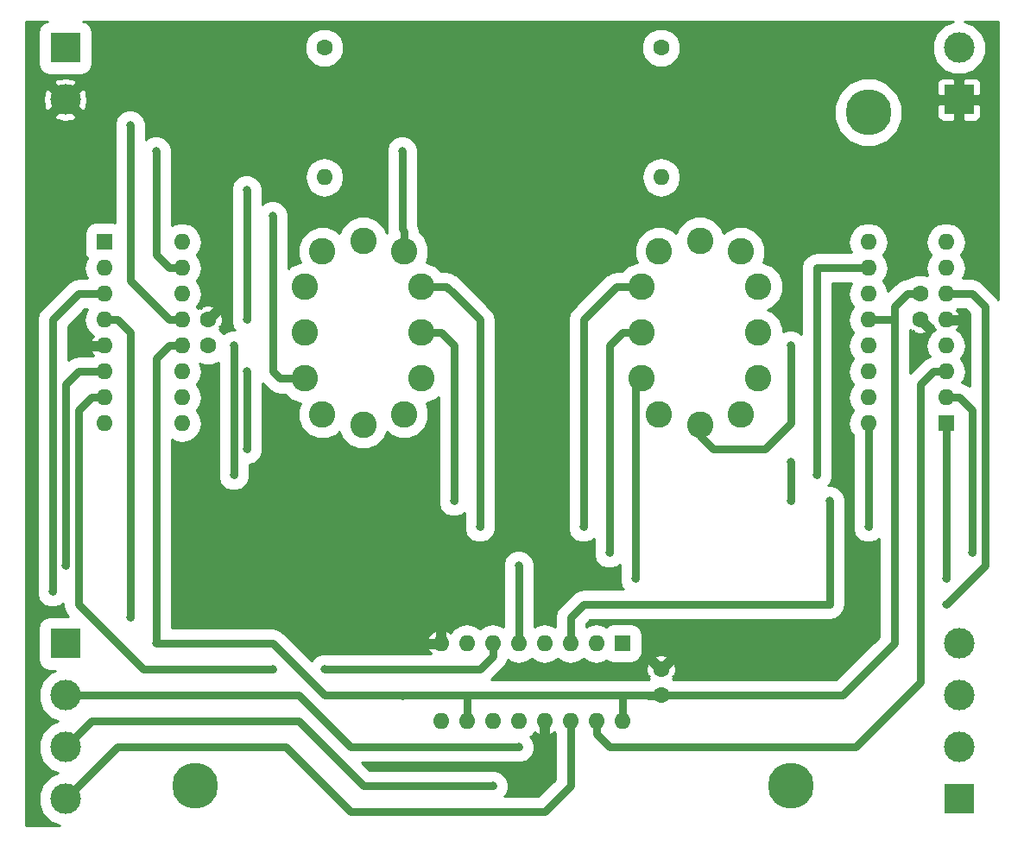
<source format=gtl>
G04 #@! TF.FileFunction,Copper,L1,Top,Signal*
%FSLAX46Y46*%
G04 Gerber Fmt 4.6, Leading zero omitted, Abs format (unit mm)*
G04 Created by KiCad (PCBNEW 4.0.6) date Sat Sep  9 17:26:42 2017*
%MOMM*%
%LPD*%
G01*
G04 APERTURE LIST*
%ADD10C,0.100000*%
%ADD11R,1.600000X1.600000*%
%ADD12O,1.600000X1.600000*%
%ADD13C,1.600000*%
%ADD14C,3.000000*%
%ADD15R,3.000000X3.000000*%
%ADD16C,2.600000*%
%ADD17C,4.500000*%
%ADD18C,0.800000*%
%ADD19C,0.800000*%
%ADD20C,0.254000*%
G04 APERTURE END LIST*
D10*
D11*
X91440000Y-40640000D03*
D12*
X83820000Y-22860000D03*
X91440000Y-38100000D03*
X83820000Y-25400000D03*
X91440000Y-35560000D03*
X83820000Y-27940000D03*
X91440000Y-33020000D03*
X83820000Y-30480000D03*
X91440000Y-30480000D03*
X83820000Y-33020000D03*
X91440000Y-27940000D03*
X83820000Y-35560000D03*
X91440000Y-25400000D03*
X83820000Y-38100000D03*
X91440000Y-22860000D03*
X83820000Y-40640000D03*
D13*
X30480000Y-3810000D03*
D12*
X30480000Y-16510000D03*
D13*
X63500000Y-64770000D03*
X63500000Y-67270000D03*
D14*
X5080000Y-67310000D03*
X5080000Y-72390000D03*
D15*
X5080000Y-62230000D03*
D14*
X5080000Y-77470000D03*
D15*
X92710000Y-8890000D03*
D14*
X92710000Y-3810000D03*
X92710000Y-72390000D03*
X92710000Y-67310000D03*
D15*
X92710000Y-77470000D03*
D14*
X92710000Y-62230000D03*
D15*
X5080000Y-3810000D03*
D14*
X5080000Y-8890000D03*
D13*
X63500000Y-3810000D03*
D12*
X63500000Y-16510000D03*
D11*
X59690000Y-62230000D03*
D12*
X41910000Y-69850000D03*
X57150000Y-62230000D03*
X44450000Y-69850000D03*
X54610000Y-62230000D03*
X46990000Y-69850000D03*
X52070000Y-62230000D03*
X49530000Y-69850000D03*
X49530000Y-62230000D03*
X52070000Y-69850000D03*
X46990000Y-62230000D03*
X54610000Y-69850000D03*
X44450000Y-62230000D03*
X57150000Y-69850000D03*
X41910000Y-62230000D03*
X59690000Y-69850000D03*
D11*
X8890000Y-22860000D03*
D12*
X16510000Y-40640000D03*
X8890000Y-25400000D03*
X16510000Y-38100000D03*
X8890000Y-27940000D03*
X16510000Y-35560000D03*
X8890000Y-30480000D03*
X16510000Y-33020000D03*
X8890000Y-33020000D03*
X16510000Y-30480000D03*
X8890000Y-35560000D03*
X16510000Y-27940000D03*
X8890000Y-38100000D03*
X16510000Y-25400000D03*
X8890000Y-40640000D03*
X16510000Y-22860000D03*
D13*
X19050000Y-30480000D03*
X19050000Y-32980000D03*
X88900000Y-27940000D03*
X88900000Y-30440000D03*
D16*
X67310000Y-22750000D03*
X67310000Y-40750000D03*
X73060000Y-31750000D03*
X61560000Y-31750000D03*
X61560000Y-36250000D03*
X61560000Y-27250000D03*
X73060000Y-27250000D03*
X73035000Y-36250000D03*
X63310000Y-39750000D03*
X71310000Y-39750000D03*
X71310000Y-23750000D03*
X63310000Y-23750000D03*
X34290000Y-22750000D03*
X34290000Y-40750000D03*
X40040000Y-31750000D03*
X28540000Y-31750000D03*
X28540000Y-36250000D03*
X28540000Y-27250000D03*
X40040000Y-27250000D03*
X40015000Y-36250000D03*
X30290000Y-39750000D03*
X38290000Y-39750000D03*
X38290000Y-23750000D03*
X30290000Y-23750000D03*
D17*
X17780000Y-76200000D03*
X83820000Y-10160000D03*
X76200000Y-76200000D03*
D18*
X86360000Y-62230000D03*
X13970000Y-62230000D03*
X49530000Y-72390000D03*
X46990000Y-76200000D03*
X76200000Y-33020000D03*
X93980000Y-53340000D03*
X58420000Y-53340000D03*
X91440000Y-55880000D03*
X60960000Y-55880000D03*
X83820000Y-50800000D03*
X55880000Y-50800000D03*
X78740000Y-45720000D03*
X76200000Y-44450000D03*
X76200000Y-48260000D03*
X22860000Y-43180000D03*
X22860000Y-35560000D03*
X43180000Y-48260000D03*
X22860000Y-30480000D03*
X22860000Y-17780000D03*
X25400000Y-20320000D03*
X45720000Y-50800000D03*
X11430000Y-11430000D03*
X21590000Y-45720000D03*
X21590000Y-33020000D03*
X13970000Y-13970000D03*
X38100000Y-13970000D03*
X91440000Y-58420000D03*
X80010000Y-48260000D03*
X3810000Y-57150000D03*
X5080000Y-54610000D03*
X49530000Y-54610000D03*
X25400000Y-64770000D03*
X30480000Y-64770000D03*
X11430000Y-59690000D03*
D19*
X91400000Y-30440000D02*
X91440000Y-30480000D01*
X13970000Y-34290000D02*
X15240000Y-33020000D01*
X15240000Y-33020000D02*
X16510000Y-33020000D01*
X86360000Y-30480000D02*
X86360000Y-29210000D01*
X86360000Y-29210000D02*
X87630000Y-27940000D01*
X87630000Y-27940000D02*
X88900000Y-27940000D01*
X63500000Y-67350000D02*
X62270000Y-67350000D01*
X62270000Y-67350000D02*
X62230000Y-67310000D01*
X35560000Y-67310000D02*
X38060000Y-67310000D01*
X38060000Y-67310000D02*
X38100000Y-67350000D01*
X59690000Y-69850000D02*
X59690000Y-67310000D01*
X44450000Y-69850000D02*
X44450000Y-67310000D01*
X13970000Y-62230000D02*
X25400000Y-62230000D01*
X81280000Y-67310000D02*
X86360000Y-62230000D01*
X30480000Y-67310000D02*
X35560000Y-67310000D01*
X35560000Y-67310000D02*
X44450000Y-67310000D01*
X44450000Y-67310000D02*
X59690000Y-67310000D01*
X59690000Y-67310000D02*
X62230000Y-67310000D01*
X62230000Y-67310000D02*
X81280000Y-67310000D01*
X25400000Y-62230000D02*
X30480000Y-67310000D01*
X83820000Y-30480000D02*
X86360000Y-30480000D01*
X86360000Y-30480000D02*
X86360000Y-62230000D01*
X13970000Y-34290000D02*
X13970000Y-62230000D01*
X5080000Y-67310000D02*
X27940000Y-67310000D01*
X33020000Y-72390000D02*
X27940000Y-67310000D01*
X33020000Y-72390000D02*
X49530000Y-72390000D01*
X34290000Y-76200000D02*
X27940000Y-69850000D01*
X46990000Y-76200000D02*
X34290000Y-76200000D01*
X27940000Y-69850000D02*
X25400000Y-69850000D01*
X26670000Y-69850000D02*
X25400000Y-69850000D01*
X25400000Y-69850000D02*
X7620000Y-69850000D01*
X7620000Y-69850000D02*
X5080000Y-72390000D01*
X5080000Y-77470000D02*
X10160000Y-72390000D01*
X33020000Y-78740000D02*
X36830000Y-78740000D01*
X26670000Y-72390000D02*
X33020000Y-78740000D01*
X10160000Y-72390000D02*
X26670000Y-72390000D01*
X52070000Y-78740000D02*
X54610000Y-76200000D01*
X54610000Y-76200000D02*
X54610000Y-69850000D01*
X36830000Y-78740000D02*
X52070000Y-78740000D01*
X67310000Y-41910000D02*
X67310000Y-40750000D01*
X68580000Y-43180000D02*
X67310000Y-41910000D01*
X73660000Y-43180000D02*
X68580000Y-43180000D01*
X76200000Y-40640000D02*
X73660000Y-43180000D01*
X76200000Y-33020000D02*
X76200000Y-40640000D01*
X91440000Y-38100000D02*
X92710000Y-38100000D01*
X92710000Y-38100000D02*
X93980000Y-39370000D01*
X93980000Y-39370000D02*
X93980000Y-40640000D01*
X93980000Y-53340000D02*
X93980000Y-40640000D01*
X93980000Y-39370000D02*
X93980000Y-40640000D01*
X61560000Y-31750000D02*
X59690000Y-31750000D01*
X58420000Y-33020000D02*
X58420000Y-53340000D01*
X59690000Y-31750000D02*
X58420000Y-33020000D01*
X91440000Y-43180000D02*
X91440000Y-40640000D01*
X60960000Y-36830000D02*
X60960000Y-38100000D01*
X91440000Y-43180000D02*
X91440000Y-55880000D01*
X60960000Y-55880000D02*
X60960000Y-38100000D01*
X61560000Y-36250000D02*
X61540000Y-36250000D01*
X61540000Y-36250000D02*
X60960000Y-36830000D01*
X61560000Y-27250000D02*
X59110000Y-27250000D01*
X83820000Y-43180000D02*
X83820000Y-50800000D01*
X83820000Y-43180000D02*
X83820000Y-40640000D01*
X55880000Y-50800000D02*
X55880000Y-31750000D01*
X55880000Y-30480000D02*
X55880000Y-31750000D01*
X59110000Y-27250000D02*
X55880000Y-30480000D01*
X78740000Y-25400000D02*
X83820000Y-25400000D01*
X78740000Y-25400000D02*
X78740000Y-45720000D01*
X76200000Y-44450000D02*
X76200000Y-48260000D01*
X22860000Y-35560000D02*
X22860000Y-43180000D01*
X40040000Y-31750000D02*
X41910000Y-31750000D01*
X43180000Y-48260000D02*
X43180000Y-33020000D01*
X41910000Y-31750000D02*
X43180000Y-33020000D01*
X22860000Y-17780000D02*
X22860000Y-30480000D01*
X25400000Y-20320000D02*
X25400000Y-35560000D01*
X26090000Y-36250000D02*
X25400000Y-35560000D01*
X26090000Y-36250000D02*
X28540000Y-36250000D01*
X40040000Y-27250000D02*
X42490000Y-27250000D01*
X42490000Y-27250000D02*
X43180000Y-27940000D01*
X45720000Y-30480000D02*
X45720000Y-50800000D01*
X42490000Y-27250000D02*
X43180000Y-27940000D01*
X43180000Y-27940000D02*
X45720000Y-30480000D01*
X16510000Y-30480000D02*
X15240000Y-30480000D01*
X15240000Y-30480000D02*
X11430000Y-26670000D01*
X11430000Y-26670000D02*
X11430000Y-11430000D01*
X21590000Y-45720000D02*
X21590000Y-33020000D01*
X16510000Y-25400000D02*
X15240000Y-25400000D01*
X15240000Y-25400000D02*
X13970000Y-24130000D01*
X38290000Y-23750000D02*
X38290000Y-21780000D01*
X13970000Y-24130000D02*
X13970000Y-13970000D01*
X38100000Y-13970000D02*
X38100000Y-21590000D01*
X38290000Y-21780000D02*
X38100000Y-21590000D01*
X38100000Y-23560000D02*
X38290000Y-23750000D01*
X91440000Y-27940000D02*
X93980000Y-27940000D01*
X95250000Y-30480000D02*
X95250000Y-54610000D01*
X95250000Y-54610000D02*
X91440000Y-58420000D01*
X95250000Y-29210000D02*
X95250000Y-30480000D01*
X93980000Y-27940000D02*
X95250000Y-29210000D01*
X80010000Y-48260000D02*
X80010000Y-58420000D01*
X80010000Y-58420000D02*
X55880000Y-58420000D01*
X55880000Y-58420000D02*
X54610000Y-59690000D01*
X54610000Y-59690000D02*
X54610000Y-62230000D01*
X3810000Y-57150000D02*
X3810000Y-30480000D01*
X6350000Y-27940000D02*
X8890000Y-27940000D01*
X3810000Y-30480000D02*
X6350000Y-27940000D01*
X8890000Y-35560000D02*
X6350000Y-35560000D01*
X5080000Y-38100000D02*
X5080000Y-54610000D01*
X49530000Y-54610000D02*
X49530000Y-59690000D01*
X49530000Y-59690000D02*
X49530000Y-62230000D01*
X5080000Y-36830000D02*
X5080000Y-38100000D01*
X6350000Y-35560000D02*
X5080000Y-36830000D01*
X8890000Y-38100000D02*
X7620000Y-38100000D01*
X6350000Y-40640000D02*
X6350000Y-58420000D01*
X6350000Y-58420000D02*
X12700000Y-64770000D01*
X12700000Y-64770000D02*
X25400000Y-64770000D01*
X30480000Y-64770000D02*
X45720000Y-64770000D01*
X45720000Y-64770000D02*
X46990000Y-63500000D01*
X46990000Y-63500000D02*
X46990000Y-62230000D01*
X6350000Y-39370000D02*
X6350000Y-40640000D01*
X7620000Y-38100000D02*
X6350000Y-39370000D01*
X11430000Y-31750000D02*
X10160000Y-30480000D01*
X10160000Y-30480000D02*
X8890000Y-30480000D01*
X11430000Y-31750000D02*
X11430000Y-59690000D01*
X91440000Y-35560000D02*
X90170000Y-35560000D01*
X90170000Y-35560000D02*
X88900000Y-36830000D01*
X58420000Y-72390000D02*
X57150000Y-71120000D01*
X57150000Y-71120000D02*
X57150000Y-69850000D01*
X82550000Y-72390000D02*
X58420000Y-72390000D01*
X88900000Y-36830000D02*
X88900000Y-66040000D01*
X88900000Y-66040000D02*
X82550000Y-72390000D01*
D20*
G36*
X3162359Y-1239506D02*
X2778781Y-1486331D01*
X2521452Y-1862944D01*
X2430921Y-2310000D01*
X2430921Y-5310000D01*
X2509506Y-5727641D01*
X2756331Y-6111219D01*
X3132944Y-6368548D01*
X3580000Y-6459079D01*
X6580000Y-6459079D01*
X6997641Y-6380494D01*
X7381219Y-6133669D01*
X7638548Y-5757056D01*
X7729079Y-5310000D01*
X7729079Y-4191622D01*
X28552666Y-4191622D01*
X28845416Y-4900132D01*
X29387017Y-5442678D01*
X30095014Y-5736665D01*
X30861622Y-5737334D01*
X31570132Y-5444584D01*
X32112678Y-4902983D01*
X32406665Y-4194986D01*
X32406667Y-4191622D01*
X61572666Y-4191622D01*
X61865416Y-4900132D01*
X62407017Y-5442678D01*
X63115014Y-5736665D01*
X63881622Y-5737334D01*
X64590132Y-5444584D01*
X65132678Y-4902983D01*
X65426665Y-4194986D01*
X65427334Y-3428378D01*
X65134584Y-2719868D01*
X64592983Y-2177322D01*
X63884986Y-1883335D01*
X63118378Y-1882666D01*
X62409868Y-2175416D01*
X61867322Y-2717017D01*
X61573335Y-3425014D01*
X61572666Y-4191622D01*
X32406667Y-4191622D01*
X32407334Y-3428378D01*
X32114584Y-2719868D01*
X31572983Y-2177322D01*
X30864986Y-1883335D01*
X30098378Y-1882666D01*
X29389868Y-2175416D01*
X28847322Y-2717017D01*
X28553335Y-3425014D01*
X28552666Y-4191622D01*
X7729079Y-4191622D01*
X7729079Y-2310000D01*
X7650494Y-1892359D01*
X7403669Y-1508781D01*
X7027056Y-1251452D01*
X6782854Y-1202000D01*
X92142665Y-1202000D01*
X91223868Y-1581639D01*
X90484236Y-2319981D01*
X90083457Y-3285165D01*
X90082545Y-4330250D01*
X90481639Y-5296132D01*
X91219981Y-6035764D01*
X92185165Y-6436543D01*
X93230250Y-6437455D01*
X94196132Y-6038361D01*
X94935764Y-5300019D01*
X95336543Y-4334835D01*
X95337455Y-3289750D01*
X94938361Y-2323868D01*
X94200019Y-1584236D01*
X93279492Y-1202000D01*
X96588000Y-1202000D01*
X96588000Y-28516743D01*
X96329752Y-28130248D01*
X95059752Y-26860248D01*
X94985694Y-26810764D01*
X94564358Y-26529236D01*
X93980000Y-26413000D01*
X93073939Y-26413000D01*
X93258068Y-26137431D01*
X93404752Y-25400000D01*
X93258068Y-24662569D01*
X92902217Y-24130000D01*
X93258068Y-23597431D01*
X93404752Y-22860000D01*
X93258068Y-22122569D01*
X92840347Y-21497405D01*
X92215183Y-21079684D01*
X91477752Y-20933000D01*
X91402248Y-20933000D01*
X90664817Y-21079684D01*
X90039653Y-21497405D01*
X89621932Y-22122569D01*
X89475248Y-22860000D01*
X89621932Y-23597431D01*
X89977783Y-24130000D01*
X89621932Y-24662569D01*
X89475248Y-25400000D01*
X89621932Y-26137431D01*
X89636559Y-26159321D01*
X89284986Y-26013335D01*
X88518378Y-26012666D01*
X87809868Y-26305416D01*
X87702096Y-26413000D01*
X87630000Y-26413000D01*
X87045642Y-26529236D01*
X86624306Y-26810764D01*
X86550248Y-26860248D01*
X85732614Y-27677882D01*
X85638068Y-27202569D01*
X85282217Y-26670000D01*
X85638068Y-26137431D01*
X85784752Y-25400000D01*
X85638068Y-24662569D01*
X85282217Y-24130000D01*
X85638068Y-23597431D01*
X85784752Y-22860000D01*
X85638068Y-22122569D01*
X85220347Y-21497405D01*
X84595183Y-21079684D01*
X83857752Y-20933000D01*
X83782248Y-20933000D01*
X83044817Y-21079684D01*
X82419653Y-21497405D01*
X82001932Y-22122569D01*
X81855248Y-22860000D01*
X82001932Y-23597431D01*
X82186061Y-23873000D01*
X78740000Y-23873000D01*
X78155642Y-23989236D01*
X77660248Y-24320248D01*
X77329236Y-24815642D01*
X77213000Y-25400000D01*
X77213000Y-31873378D01*
X77066106Y-31726227D01*
X76505072Y-31493265D01*
X75897593Y-31492735D01*
X75487078Y-31662356D01*
X75487421Y-31269358D01*
X75118710Y-30377011D01*
X74436580Y-29693689D01*
X73970079Y-29499981D01*
X74432989Y-29308710D01*
X75116311Y-28626580D01*
X75486578Y-27734878D01*
X75487421Y-26769358D01*
X75118710Y-25877011D01*
X74436580Y-25193689D01*
X73544878Y-24823422D01*
X73492212Y-24823376D01*
X73736578Y-24234878D01*
X73737421Y-23269358D01*
X73368710Y-22377011D01*
X72686580Y-21693689D01*
X71794878Y-21323422D01*
X70829358Y-21322579D01*
X69937011Y-21691290D01*
X69626602Y-22001157D01*
X69368710Y-21377011D01*
X68686580Y-20693689D01*
X67794878Y-20323422D01*
X66829358Y-20322579D01*
X65937011Y-20691290D01*
X65253689Y-21373420D01*
X64993171Y-22000816D01*
X64686580Y-21693689D01*
X63794878Y-21323422D01*
X62829358Y-21322579D01*
X61937011Y-21691290D01*
X61253689Y-22373420D01*
X60883422Y-23265122D01*
X60882579Y-24230642D01*
X61127180Y-24822621D01*
X61079358Y-24822579D01*
X60187011Y-25191290D01*
X59654372Y-25723000D01*
X59110000Y-25723000D01*
X58525642Y-25839236D01*
X58265085Y-26013335D01*
X58030248Y-26170248D01*
X54800248Y-29400248D01*
X54469236Y-29895642D01*
X54353000Y-30480000D01*
X54353000Y-50798668D01*
X54352735Y-51102407D01*
X54584717Y-51663846D01*
X55013894Y-52093773D01*
X55574928Y-52326735D01*
X56182407Y-52327265D01*
X56743846Y-52095283D01*
X56893000Y-51946389D01*
X56893000Y-53338668D01*
X56892735Y-53642407D01*
X57124717Y-54203846D01*
X57553894Y-54633773D01*
X58114928Y-54866735D01*
X58722407Y-54867265D01*
X59283846Y-54635283D01*
X59433000Y-54486389D01*
X59433000Y-55878668D01*
X59432735Y-56182407D01*
X59664717Y-56743846D01*
X59813611Y-56893000D01*
X55880000Y-56893000D01*
X55295642Y-57009236D01*
X54874306Y-57290764D01*
X54800248Y-57340248D01*
X53530248Y-58610248D01*
X53199236Y-59105642D01*
X53083000Y-59690000D01*
X53083000Y-60596061D01*
X52807431Y-60411932D01*
X52070000Y-60265248D01*
X51332569Y-60411932D01*
X51057000Y-60596061D01*
X51057000Y-54611333D01*
X51057265Y-54307593D01*
X50825283Y-53746154D01*
X50396106Y-53316227D01*
X49835072Y-53083265D01*
X49227593Y-53082735D01*
X48666154Y-53314717D01*
X48236227Y-53743894D01*
X48003265Y-54304928D01*
X48002735Y-54912407D01*
X48003000Y-54913048D01*
X48003000Y-60596061D01*
X47727431Y-60411932D01*
X46990000Y-60265248D01*
X46252569Y-60411932D01*
X45720000Y-60767783D01*
X45187431Y-60411932D01*
X44450000Y-60265248D01*
X43712569Y-60411932D01*
X43087405Y-60829653D01*
X42863010Y-61165484D01*
X42495175Y-60919735D01*
X42283000Y-61009473D01*
X42283000Y-61857000D01*
X42303000Y-61857000D01*
X42303000Y-62603000D01*
X42283000Y-62603000D01*
X42283000Y-62623000D01*
X41537000Y-62623000D01*
X41537000Y-62603000D01*
X40683044Y-62603000D01*
X40599704Y-62815180D01*
X40902793Y-63243000D01*
X30481332Y-63243000D01*
X30177593Y-63242735D01*
X29616154Y-63474717D01*
X29209833Y-63880329D01*
X26974324Y-61644820D01*
X40599704Y-61644820D01*
X40683044Y-61857000D01*
X41537000Y-61857000D01*
X41537000Y-61009473D01*
X41324825Y-60919735D01*
X40923383Y-61187936D01*
X40599704Y-61644820D01*
X26974324Y-61644820D01*
X26479752Y-61150248D01*
X26405694Y-61100764D01*
X25984358Y-60819236D01*
X25400000Y-60703000D01*
X15497000Y-60703000D01*
X15497000Y-42261412D01*
X15734817Y-42420316D01*
X16472248Y-42567000D01*
X16547752Y-42567000D01*
X17285183Y-42420316D01*
X17910347Y-42002595D01*
X18328068Y-41377431D01*
X18474752Y-40640000D01*
X18328068Y-39902569D01*
X17972217Y-39370000D01*
X18328068Y-38837431D01*
X18474752Y-38100000D01*
X18328068Y-37362569D01*
X17972217Y-36830000D01*
X18328068Y-36297431D01*
X18474752Y-35560000D01*
X18328068Y-34822569D01*
X18276451Y-34745319D01*
X18665014Y-34906665D01*
X19431622Y-34907334D01*
X20063000Y-34646454D01*
X20063000Y-45718668D01*
X20062735Y-46022407D01*
X20294717Y-46583846D01*
X20723894Y-47013773D01*
X21284928Y-47246735D01*
X21892407Y-47247265D01*
X22453846Y-47015283D01*
X22883773Y-46586106D01*
X23116735Y-46025072D01*
X23117265Y-45417593D01*
X23117000Y-45416952D01*
X23117000Y-44707225D01*
X23162407Y-44707265D01*
X23723846Y-44475283D01*
X24153773Y-44046106D01*
X24386735Y-43485072D01*
X24387265Y-42877593D01*
X24387000Y-42876952D01*
X24387000Y-36706504D01*
X25010248Y-37329752D01*
X25505642Y-37660764D01*
X26090000Y-37777000D01*
X26635032Y-37777000D01*
X27163420Y-38306311D01*
X28055122Y-38676578D01*
X28107788Y-38676624D01*
X27863422Y-39265122D01*
X27862579Y-40230642D01*
X28231290Y-41122989D01*
X28913420Y-41806311D01*
X29805122Y-42176578D01*
X30770642Y-42177421D01*
X31662989Y-41808710D01*
X31973398Y-41498843D01*
X32231290Y-42122989D01*
X32913420Y-42806311D01*
X33805122Y-43176578D01*
X34770642Y-43177421D01*
X35662989Y-42808710D01*
X36346311Y-42126580D01*
X36606829Y-41499184D01*
X36913420Y-41806311D01*
X37805122Y-42176578D01*
X38770642Y-42177421D01*
X39662989Y-41808710D01*
X40346311Y-41126580D01*
X40716578Y-40234878D01*
X40717421Y-39269358D01*
X40472829Y-38677401D01*
X40495642Y-38677421D01*
X41387989Y-38308710D01*
X41653000Y-38044161D01*
X41653000Y-48258668D01*
X41652735Y-48562407D01*
X41884717Y-49123846D01*
X42313894Y-49553773D01*
X42874928Y-49786735D01*
X43482407Y-49787265D01*
X44043846Y-49555283D01*
X44193000Y-49406389D01*
X44193000Y-50798668D01*
X44192735Y-51102407D01*
X44424717Y-51663846D01*
X44853894Y-52093773D01*
X45414928Y-52326735D01*
X46022407Y-52327265D01*
X46583846Y-52095283D01*
X47013773Y-51666106D01*
X47246735Y-51105072D01*
X47247265Y-50497593D01*
X47247000Y-50496952D01*
X47247000Y-30480000D01*
X47130764Y-29895642D01*
X46799752Y-29400248D01*
X43569752Y-26170248D01*
X43334915Y-26013335D01*
X43074358Y-25839236D01*
X42490000Y-25723000D01*
X41944968Y-25723000D01*
X41416580Y-25193689D01*
X40524878Y-24823422D01*
X40472212Y-24823376D01*
X40716578Y-24234878D01*
X40717421Y-23269358D01*
X40348710Y-22377011D01*
X39817000Y-21844372D01*
X39817000Y-21780000D01*
X39799832Y-21693689D01*
X39700765Y-21195643D01*
X39627000Y-21085246D01*
X39627000Y-16472248D01*
X61573000Y-16472248D01*
X61573000Y-16547752D01*
X61719684Y-17285183D01*
X62137405Y-17910347D01*
X62762569Y-18328068D01*
X63500000Y-18474752D01*
X64237431Y-18328068D01*
X64862595Y-17910347D01*
X65280316Y-17285183D01*
X65427000Y-16547752D01*
X65427000Y-16472248D01*
X65280316Y-15734817D01*
X64862595Y-15109653D01*
X64237431Y-14691932D01*
X63500000Y-14545248D01*
X62762569Y-14691932D01*
X62137405Y-15109653D01*
X61719684Y-15734817D01*
X61573000Y-16472248D01*
X39627000Y-16472248D01*
X39627000Y-13971333D01*
X39627265Y-13667593D01*
X39395283Y-13106154D01*
X38966106Y-12676227D01*
X38405072Y-12443265D01*
X37797593Y-12442735D01*
X37236154Y-12674717D01*
X36806227Y-13103894D01*
X36573265Y-13664928D01*
X36572735Y-14272407D01*
X36573000Y-14273048D01*
X36573000Y-21590000D01*
X36646802Y-21961028D01*
X36606602Y-22001157D01*
X36348710Y-21377011D01*
X35666580Y-20693689D01*
X34774878Y-20323422D01*
X33809358Y-20322579D01*
X32917011Y-20691290D01*
X32233689Y-21373420D01*
X31973171Y-22000816D01*
X31666580Y-21693689D01*
X30774878Y-21323422D01*
X29809358Y-21322579D01*
X28917011Y-21691290D01*
X28233689Y-22373420D01*
X27863422Y-23265122D01*
X27862579Y-24230642D01*
X28107180Y-24822621D01*
X28059358Y-24822579D01*
X27167011Y-25191290D01*
X26927000Y-25430882D01*
X26927000Y-20321333D01*
X26927265Y-20017593D01*
X26695283Y-19456154D01*
X26266106Y-19026227D01*
X25705072Y-18793265D01*
X25097593Y-18792735D01*
X24536154Y-19024717D01*
X24387000Y-19173611D01*
X24387000Y-17781333D01*
X24387265Y-17477593D01*
X24155283Y-16916154D01*
X23726106Y-16486227D01*
X23692441Y-16472248D01*
X28553000Y-16472248D01*
X28553000Y-16547752D01*
X28699684Y-17285183D01*
X29117405Y-17910347D01*
X29742569Y-18328068D01*
X30480000Y-18474752D01*
X31217431Y-18328068D01*
X31842595Y-17910347D01*
X32260316Y-17285183D01*
X32407000Y-16547752D01*
X32407000Y-16472248D01*
X32260316Y-15734817D01*
X31842595Y-15109653D01*
X31217431Y-14691932D01*
X30480000Y-14545248D01*
X29742569Y-14691932D01*
X29117405Y-15109653D01*
X28699684Y-15734817D01*
X28553000Y-16472248D01*
X23692441Y-16472248D01*
X23165072Y-16253265D01*
X22557593Y-16252735D01*
X21996154Y-16484717D01*
X21566227Y-16913894D01*
X21333265Y-17474928D01*
X21332735Y-18082407D01*
X21333000Y-18083048D01*
X21333000Y-30478668D01*
X21332735Y-30782407D01*
X21564717Y-31343846D01*
X21713717Y-31493107D01*
X21287593Y-31492735D01*
X20726154Y-31724717D01*
X20622757Y-31827933D01*
X20195603Y-31400033D01*
X20346570Y-31249066D01*
X20197561Y-31100057D01*
X20413816Y-31009817D01*
X20512754Y-30447578D01*
X20413816Y-29950183D01*
X20197559Y-29859942D01*
X19577502Y-30480000D01*
X19591644Y-30494142D01*
X19064142Y-31021644D01*
X19050000Y-31007502D01*
X19035858Y-31021644D01*
X18508356Y-30494142D01*
X18522498Y-30480000D01*
X18508356Y-30465858D01*
X19035858Y-29938356D01*
X19050000Y-29952498D01*
X19670058Y-29332441D01*
X19579817Y-29116184D01*
X19017578Y-29017246D01*
X18520183Y-29116184D01*
X18429943Y-29332439D01*
X18280934Y-29183430D01*
X18085229Y-29379135D01*
X17972217Y-29210000D01*
X18328068Y-28677431D01*
X18474752Y-27940000D01*
X18328068Y-27202569D01*
X17972217Y-26670000D01*
X18328068Y-26137431D01*
X18474752Y-25400000D01*
X18328068Y-24662569D01*
X17972217Y-24130000D01*
X18328068Y-23597431D01*
X18474752Y-22860000D01*
X18328068Y-22122569D01*
X17910347Y-21497405D01*
X17285183Y-21079684D01*
X16547752Y-20933000D01*
X16472248Y-20933000D01*
X15734817Y-21079684D01*
X15497000Y-21238588D01*
X15497000Y-13971333D01*
X15497265Y-13667593D01*
X15265283Y-13106154D01*
X14836106Y-12676227D01*
X14275072Y-12443265D01*
X13667593Y-12442735D01*
X13106154Y-12674717D01*
X12957000Y-12823611D01*
X12957000Y-11431333D01*
X12957265Y-11127593D01*
X12833798Y-10828780D01*
X80442415Y-10828780D01*
X80955450Y-12070418D01*
X81904586Y-13021212D01*
X83145326Y-13536412D01*
X84488780Y-13537585D01*
X85730418Y-13024550D01*
X86681212Y-12075414D01*
X87196412Y-10834674D01*
X87197585Y-9491220D01*
X87168881Y-9421750D01*
X90575000Y-9421750D01*
X90575000Y-10516309D01*
X90671673Y-10749698D01*
X90850301Y-10928327D01*
X91083690Y-11025000D01*
X92178250Y-11025000D01*
X92337000Y-10866250D01*
X92337000Y-9263000D01*
X93083000Y-9263000D01*
X93083000Y-10866250D01*
X93241750Y-11025000D01*
X94336310Y-11025000D01*
X94569699Y-10928327D01*
X94748327Y-10749698D01*
X94845000Y-10516309D01*
X94845000Y-9421750D01*
X94686250Y-9263000D01*
X93083000Y-9263000D01*
X92337000Y-9263000D01*
X90733750Y-9263000D01*
X90575000Y-9421750D01*
X87168881Y-9421750D01*
X86684550Y-8249582D01*
X85735414Y-7298788D01*
X85650891Y-7263691D01*
X90575000Y-7263691D01*
X90575000Y-8358250D01*
X90733750Y-8517000D01*
X92337000Y-8517000D01*
X92337000Y-6913750D01*
X93083000Y-6913750D01*
X93083000Y-8517000D01*
X94686250Y-8517000D01*
X94845000Y-8358250D01*
X94845000Y-7263691D01*
X94748327Y-7030302D01*
X94569699Y-6851673D01*
X94336310Y-6755000D01*
X93241750Y-6755000D01*
X93083000Y-6913750D01*
X92337000Y-6913750D01*
X92178250Y-6755000D01*
X91083690Y-6755000D01*
X90850301Y-6851673D01*
X90671673Y-7030302D01*
X90575000Y-7263691D01*
X85650891Y-7263691D01*
X84494674Y-6783588D01*
X83151220Y-6782415D01*
X81909582Y-7295450D01*
X80958788Y-8244586D01*
X80443588Y-9485326D01*
X80442415Y-10828780D01*
X12833798Y-10828780D01*
X12725283Y-10566154D01*
X12296106Y-10136227D01*
X11735072Y-9903265D01*
X11127593Y-9902735D01*
X10566154Y-10134717D01*
X10136227Y-10563894D01*
X9903265Y-11124928D01*
X9902735Y-11732407D01*
X9903000Y-11733048D01*
X9903000Y-20954055D01*
X9690000Y-20910921D01*
X8090000Y-20910921D01*
X7672359Y-20989506D01*
X7288781Y-21236331D01*
X7031452Y-21612944D01*
X6940921Y-22060000D01*
X6940921Y-23660000D01*
X7019506Y-24077641D01*
X7236964Y-24415581D01*
X7071932Y-24662569D01*
X6925248Y-25400000D01*
X7071932Y-26137431D01*
X7256061Y-26413000D01*
X6350000Y-26413000D01*
X5765642Y-26529236D01*
X5270248Y-26860248D01*
X2730248Y-29400248D01*
X2399236Y-29895642D01*
X2283000Y-30480000D01*
X2283000Y-57148668D01*
X2282735Y-57452407D01*
X2514717Y-58013846D01*
X2943894Y-58443773D01*
X3504928Y-58676735D01*
X4112407Y-58677265D01*
X4673846Y-58445283D01*
X4823000Y-58296389D01*
X4823000Y-58420000D01*
X4939236Y-59004358D01*
X5006912Y-59105642D01*
X5270248Y-59499752D01*
X5351417Y-59580921D01*
X3580000Y-59580921D01*
X3162359Y-59659506D01*
X2778781Y-59906331D01*
X2521452Y-60282944D01*
X2430921Y-60730000D01*
X2430921Y-63730000D01*
X2509506Y-64147641D01*
X2756331Y-64531219D01*
X3132944Y-64788548D01*
X3580000Y-64879079D01*
X4084101Y-64879079D01*
X3593868Y-65081639D01*
X2854236Y-65819981D01*
X2453457Y-66785165D01*
X2452545Y-67830250D01*
X2851639Y-68796132D01*
X3589981Y-69535764D01*
X4347418Y-69850279D01*
X3593868Y-70161639D01*
X2854236Y-70899981D01*
X2453457Y-71865165D01*
X2452545Y-72910250D01*
X2851639Y-73876132D01*
X3589981Y-74615764D01*
X4347418Y-74930279D01*
X3593868Y-75241639D01*
X2854236Y-75979981D01*
X2453457Y-76945165D01*
X2452545Y-77990250D01*
X2851639Y-78956132D01*
X3589981Y-79695764D01*
X4510508Y-80078000D01*
X1202000Y-80078000D01*
X1202000Y-10556161D01*
X3941341Y-10556161D01*
X4121180Y-10844288D01*
X4942040Y-11062451D01*
X5783903Y-10949878D01*
X6038820Y-10844288D01*
X6218659Y-10556161D01*
X5080000Y-9417502D01*
X3941341Y-10556161D01*
X1202000Y-10556161D01*
X1202000Y-8752040D01*
X2907549Y-8752040D01*
X3020122Y-9593903D01*
X3125712Y-9848820D01*
X3413839Y-10028659D01*
X4552498Y-8890000D01*
X5607502Y-8890000D01*
X6746161Y-10028659D01*
X7034288Y-9848820D01*
X7252451Y-9027960D01*
X7139878Y-8186097D01*
X7034288Y-7931180D01*
X6746161Y-7751341D01*
X5607502Y-8890000D01*
X4552498Y-8890000D01*
X3413839Y-7751341D01*
X3125712Y-7931180D01*
X2907549Y-8752040D01*
X1202000Y-8752040D01*
X1202000Y-7223839D01*
X3941341Y-7223839D01*
X5080000Y-8362498D01*
X6218659Y-7223839D01*
X6038820Y-6935712D01*
X5217960Y-6717549D01*
X4376097Y-6830122D01*
X4121180Y-6935712D01*
X3941341Y-7223839D01*
X1202000Y-7223839D01*
X1202000Y-1202000D01*
X3361685Y-1202000D01*
X3162359Y-1239506D01*
X3162359Y-1239506D01*
G37*
X3162359Y-1239506D02*
X2778781Y-1486331D01*
X2521452Y-1862944D01*
X2430921Y-2310000D01*
X2430921Y-5310000D01*
X2509506Y-5727641D01*
X2756331Y-6111219D01*
X3132944Y-6368548D01*
X3580000Y-6459079D01*
X6580000Y-6459079D01*
X6997641Y-6380494D01*
X7381219Y-6133669D01*
X7638548Y-5757056D01*
X7729079Y-5310000D01*
X7729079Y-4191622D01*
X28552666Y-4191622D01*
X28845416Y-4900132D01*
X29387017Y-5442678D01*
X30095014Y-5736665D01*
X30861622Y-5737334D01*
X31570132Y-5444584D01*
X32112678Y-4902983D01*
X32406665Y-4194986D01*
X32406667Y-4191622D01*
X61572666Y-4191622D01*
X61865416Y-4900132D01*
X62407017Y-5442678D01*
X63115014Y-5736665D01*
X63881622Y-5737334D01*
X64590132Y-5444584D01*
X65132678Y-4902983D01*
X65426665Y-4194986D01*
X65427334Y-3428378D01*
X65134584Y-2719868D01*
X64592983Y-2177322D01*
X63884986Y-1883335D01*
X63118378Y-1882666D01*
X62409868Y-2175416D01*
X61867322Y-2717017D01*
X61573335Y-3425014D01*
X61572666Y-4191622D01*
X32406667Y-4191622D01*
X32407334Y-3428378D01*
X32114584Y-2719868D01*
X31572983Y-2177322D01*
X30864986Y-1883335D01*
X30098378Y-1882666D01*
X29389868Y-2175416D01*
X28847322Y-2717017D01*
X28553335Y-3425014D01*
X28552666Y-4191622D01*
X7729079Y-4191622D01*
X7729079Y-2310000D01*
X7650494Y-1892359D01*
X7403669Y-1508781D01*
X7027056Y-1251452D01*
X6782854Y-1202000D01*
X92142665Y-1202000D01*
X91223868Y-1581639D01*
X90484236Y-2319981D01*
X90083457Y-3285165D01*
X90082545Y-4330250D01*
X90481639Y-5296132D01*
X91219981Y-6035764D01*
X92185165Y-6436543D01*
X93230250Y-6437455D01*
X94196132Y-6038361D01*
X94935764Y-5300019D01*
X95336543Y-4334835D01*
X95337455Y-3289750D01*
X94938361Y-2323868D01*
X94200019Y-1584236D01*
X93279492Y-1202000D01*
X96588000Y-1202000D01*
X96588000Y-28516743D01*
X96329752Y-28130248D01*
X95059752Y-26860248D01*
X94985694Y-26810764D01*
X94564358Y-26529236D01*
X93980000Y-26413000D01*
X93073939Y-26413000D01*
X93258068Y-26137431D01*
X93404752Y-25400000D01*
X93258068Y-24662569D01*
X92902217Y-24130000D01*
X93258068Y-23597431D01*
X93404752Y-22860000D01*
X93258068Y-22122569D01*
X92840347Y-21497405D01*
X92215183Y-21079684D01*
X91477752Y-20933000D01*
X91402248Y-20933000D01*
X90664817Y-21079684D01*
X90039653Y-21497405D01*
X89621932Y-22122569D01*
X89475248Y-22860000D01*
X89621932Y-23597431D01*
X89977783Y-24130000D01*
X89621932Y-24662569D01*
X89475248Y-25400000D01*
X89621932Y-26137431D01*
X89636559Y-26159321D01*
X89284986Y-26013335D01*
X88518378Y-26012666D01*
X87809868Y-26305416D01*
X87702096Y-26413000D01*
X87630000Y-26413000D01*
X87045642Y-26529236D01*
X86624306Y-26810764D01*
X86550248Y-26860248D01*
X85732614Y-27677882D01*
X85638068Y-27202569D01*
X85282217Y-26670000D01*
X85638068Y-26137431D01*
X85784752Y-25400000D01*
X85638068Y-24662569D01*
X85282217Y-24130000D01*
X85638068Y-23597431D01*
X85784752Y-22860000D01*
X85638068Y-22122569D01*
X85220347Y-21497405D01*
X84595183Y-21079684D01*
X83857752Y-20933000D01*
X83782248Y-20933000D01*
X83044817Y-21079684D01*
X82419653Y-21497405D01*
X82001932Y-22122569D01*
X81855248Y-22860000D01*
X82001932Y-23597431D01*
X82186061Y-23873000D01*
X78740000Y-23873000D01*
X78155642Y-23989236D01*
X77660248Y-24320248D01*
X77329236Y-24815642D01*
X77213000Y-25400000D01*
X77213000Y-31873378D01*
X77066106Y-31726227D01*
X76505072Y-31493265D01*
X75897593Y-31492735D01*
X75487078Y-31662356D01*
X75487421Y-31269358D01*
X75118710Y-30377011D01*
X74436580Y-29693689D01*
X73970079Y-29499981D01*
X74432989Y-29308710D01*
X75116311Y-28626580D01*
X75486578Y-27734878D01*
X75487421Y-26769358D01*
X75118710Y-25877011D01*
X74436580Y-25193689D01*
X73544878Y-24823422D01*
X73492212Y-24823376D01*
X73736578Y-24234878D01*
X73737421Y-23269358D01*
X73368710Y-22377011D01*
X72686580Y-21693689D01*
X71794878Y-21323422D01*
X70829358Y-21322579D01*
X69937011Y-21691290D01*
X69626602Y-22001157D01*
X69368710Y-21377011D01*
X68686580Y-20693689D01*
X67794878Y-20323422D01*
X66829358Y-20322579D01*
X65937011Y-20691290D01*
X65253689Y-21373420D01*
X64993171Y-22000816D01*
X64686580Y-21693689D01*
X63794878Y-21323422D01*
X62829358Y-21322579D01*
X61937011Y-21691290D01*
X61253689Y-22373420D01*
X60883422Y-23265122D01*
X60882579Y-24230642D01*
X61127180Y-24822621D01*
X61079358Y-24822579D01*
X60187011Y-25191290D01*
X59654372Y-25723000D01*
X59110000Y-25723000D01*
X58525642Y-25839236D01*
X58265085Y-26013335D01*
X58030248Y-26170248D01*
X54800248Y-29400248D01*
X54469236Y-29895642D01*
X54353000Y-30480000D01*
X54353000Y-50798668D01*
X54352735Y-51102407D01*
X54584717Y-51663846D01*
X55013894Y-52093773D01*
X55574928Y-52326735D01*
X56182407Y-52327265D01*
X56743846Y-52095283D01*
X56893000Y-51946389D01*
X56893000Y-53338668D01*
X56892735Y-53642407D01*
X57124717Y-54203846D01*
X57553894Y-54633773D01*
X58114928Y-54866735D01*
X58722407Y-54867265D01*
X59283846Y-54635283D01*
X59433000Y-54486389D01*
X59433000Y-55878668D01*
X59432735Y-56182407D01*
X59664717Y-56743846D01*
X59813611Y-56893000D01*
X55880000Y-56893000D01*
X55295642Y-57009236D01*
X54874306Y-57290764D01*
X54800248Y-57340248D01*
X53530248Y-58610248D01*
X53199236Y-59105642D01*
X53083000Y-59690000D01*
X53083000Y-60596061D01*
X52807431Y-60411932D01*
X52070000Y-60265248D01*
X51332569Y-60411932D01*
X51057000Y-60596061D01*
X51057000Y-54611333D01*
X51057265Y-54307593D01*
X50825283Y-53746154D01*
X50396106Y-53316227D01*
X49835072Y-53083265D01*
X49227593Y-53082735D01*
X48666154Y-53314717D01*
X48236227Y-53743894D01*
X48003265Y-54304928D01*
X48002735Y-54912407D01*
X48003000Y-54913048D01*
X48003000Y-60596061D01*
X47727431Y-60411932D01*
X46990000Y-60265248D01*
X46252569Y-60411932D01*
X45720000Y-60767783D01*
X45187431Y-60411932D01*
X44450000Y-60265248D01*
X43712569Y-60411932D01*
X43087405Y-60829653D01*
X42863010Y-61165484D01*
X42495175Y-60919735D01*
X42283000Y-61009473D01*
X42283000Y-61857000D01*
X42303000Y-61857000D01*
X42303000Y-62603000D01*
X42283000Y-62603000D01*
X42283000Y-62623000D01*
X41537000Y-62623000D01*
X41537000Y-62603000D01*
X40683044Y-62603000D01*
X40599704Y-62815180D01*
X40902793Y-63243000D01*
X30481332Y-63243000D01*
X30177593Y-63242735D01*
X29616154Y-63474717D01*
X29209833Y-63880329D01*
X26974324Y-61644820D01*
X40599704Y-61644820D01*
X40683044Y-61857000D01*
X41537000Y-61857000D01*
X41537000Y-61009473D01*
X41324825Y-60919735D01*
X40923383Y-61187936D01*
X40599704Y-61644820D01*
X26974324Y-61644820D01*
X26479752Y-61150248D01*
X26405694Y-61100764D01*
X25984358Y-60819236D01*
X25400000Y-60703000D01*
X15497000Y-60703000D01*
X15497000Y-42261412D01*
X15734817Y-42420316D01*
X16472248Y-42567000D01*
X16547752Y-42567000D01*
X17285183Y-42420316D01*
X17910347Y-42002595D01*
X18328068Y-41377431D01*
X18474752Y-40640000D01*
X18328068Y-39902569D01*
X17972217Y-39370000D01*
X18328068Y-38837431D01*
X18474752Y-38100000D01*
X18328068Y-37362569D01*
X17972217Y-36830000D01*
X18328068Y-36297431D01*
X18474752Y-35560000D01*
X18328068Y-34822569D01*
X18276451Y-34745319D01*
X18665014Y-34906665D01*
X19431622Y-34907334D01*
X20063000Y-34646454D01*
X20063000Y-45718668D01*
X20062735Y-46022407D01*
X20294717Y-46583846D01*
X20723894Y-47013773D01*
X21284928Y-47246735D01*
X21892407Y-47247265D01*
X22453846Y-47015283D01*
X22883773Y-46586106D01*
X23116735Y-46025072D01*
X23117265Y-45417593D01*
X23117000Y-45416952D01*
X23117000Y-44707225D01*
X23162407Y-44707265D01*
X23723846Y-44475283D01*
X24153773Y-44046106D01*
X24386735Y-43485072D01*
X24387265Y-42877593D01*
X24387000Y-42876952D01*
X24387000Y-36706504D01*
X25010248Y-37329752D01*
X25505642Y-37660764D01*
X26090000Y-37777000D01*
X26635032Y-37777000D01*
X27163420Y-38306311D01*
X28055122Y-38676578D01*
X28107788Y-38676624D01*
X27863422Y-39265122D01*
X27862579Y-40230642D01*
X28231290Y-41122989D01*
X28913420Y-41806311D01*
X29805122Y-42176578D01*
X30770642Y-42177421D01*
X31662989Y-41808710D01*
X31973398Y-41498843D01*
X32231290Y-42122989D01*
X32913420Y-42806311D01*
X33805122Y-43176578D01*
X34770642Y-43177421D01*
X35662989Y-42808710D01*
X36346311Y-42126580D01*
X36606829Y-41499184D01*
X36913420Y-41806311D01*
X37805122Y-42176578D01*
X38770642Y-42177421D01*
X39662989Y-41808710D01*
X40346311Y-41126580D01*
X40716578Y-40234878D01*
X40717421Y-39269358D01*
X40472829Y-38677401D01*
X40495642Y-38677421D01*
X41387989Y-38308710D01*
X41653000Y-38044161D01*
X41653000Y-48258668D01*
X41652735Y-48562407D01*
X41884717Y-49123846D01*
X42313894Y-49553773D01*
X42874928Y-49786735D01*
X43482407Y-49787265D01*
X44043846Y-49555283D01*
X44193000Y-49406389D01*
X44193000Y-50798668D01*
X44192735Y-51102407D01*
X44424717Y-51663846D01*
X44853894Y-52093773D01*
X45414928Y-52326735D01*
X46022407Y-52327265D01*
X46583846Y-52095283D01*
X47013773Y-51666106D01*
X47246735Y-51105072D01*
X47247265Y-50497593D01*
X47247000Y-50496952D01*
X47247000Y-30480000D01*
X47130764Y-29895642D01*
X46799752Y-29400248D01*
X43569752Y-26170248D01*
X43334915Y-26013335D01*
X43074358Y-25839236D01*
X42490000Y-25723000D01*
X41944968Y-25723000D01*
X41416580Y-25193689D01*
X40524878Y-24823422D01*
X40472212Y-24823376D01*
X40716578Y-24234878D01*
X40717421Y-23269358D01*
X40348710Y-22377011D01*
X39817000Y-21844372D01*
X39817000Y-21780000D01*
X39799832Y-21693689D01*
X39700765Y-21195643D01*
X39627000Y-21085246D01*
X39627000Y-16472248D01*
X61573000Y-16472248D01*
X61573000Y-16547752D01*
X61719684Y-17285183D01*
X62137405Y-17910347D01*
X62762569Y-18328068D01*
X63500000Y-18474752D01*
X64237431Y-18328068D01*
X64862595Y-17910347D01*
X65280316Y-17285183D01*
X65427000Y-16547752D01*
X65427000Y-16472248D01*
X65280316Y-15734817D01*
X64862595Y-15109653D01*
X64237431Y-14691932D01*
X63500000Y-14545248D01*
X62762569Y-14691932D01*
X62137405Y-15109653D01*
X61719684Y-15734817D01*
X61573000Y-16472248D01*
X39627000Y-16472248D01*
X39627000Y-13971333D01*
X39627265Y-13667593D01*
X39395283Y-13106154D01*
X38966106Y-12676227D01*
X38405072Y-12443265D01*
X37797593Y-12442735D01*
X37236154Y-12674717D01*
X36806227Y-13103894D01*
X36573265Y-13664928D01*
X36572735Y-14272407D01*
X36573000Y-14273048D01*
X36573000Y-21590000D01*
X36646802Y-21961028D01*
X36606602Y-22001157D01*
X36348710Y-21377011D01*
X35666580Y-20693689D01*
X34774878Y-20323422D01*
X33809358Y-20322579D01*
X32917011Y-20691290D01*
X32233689Y-21373420D01*
X31973171Y-22000816D01*
X31666580Y-21693689D01*
X30774878Y-21323422D01*
X29809358Y-21322579D01*
X28917011Y-21691290D01*
X28233689Y-22373420D01*
X27863422Y-23265122D01*
X27862579Y-24230642D01*
X28107180Y-24822621D01*
X28059358Y-24822579D01*
X27167011Y-25191290D01*
X26927000Y-25430882D01*
X26927000Y-20321333D01*
X26927265Y-20017593D01*
X26695283Y-19456154D01*
X26266106Y-19026227D01*
X25705072Y-18793265D01*
X25097593Y-18792735D01*
X24536154Y-19024717D01*
X24387000Y-19173611D01*
X24387000Y-17781333D01*
X24387265Y-17477593D01*
X24155283Y-16916154D01*
X23726106Y-16486227D01*
X23692441Y-16472248D01*
X28553000Y-16472248D01*
X28553000Y-16547752D01*
X28699684Y-17285183D01*
X29117405Y-17910347D01*
X29742569Y-18328068D01*
X30480000Y-18474752D01*
X31217431Y-18328068D01*
X31842595Y-17910347D01*
X32260316Y-17285183D01*
X32407000Y-16547752D01*
X32407000Y-16472248D01*
X32260316Y-15734817D01*
X31842595Y-15109653D01*
X31217431Y-14691932D01*
X30480000Y-14545248D01*
X29742569Y-14691932D01*
X29117405Y-15109653D01*
X28699684Y-15734817D01*
X28553000Y-16472248D01*
X23692441Y-16472248D01*
X23165072Y-16253265D01*
X22557593Y-16252735D01*
X21996154Y-16484717D01*
X21566227Y-16913894D01*
X21333265Y-17474928D01*
X21332735Y-18082407D01*
X21333000Y-18083048D01*
X21333000Y-30478668D01*
X21332735Y-30782407D01*
X21564717Y-31343846D01*
X21713717Y-31493107D01*
X21287593Y-31492735D01*
X20726154Y-31724717D01*
X20622757Y-31827933D01*
X20195603Y-31400033D01*
X20346570Y-31249066D01*
X20197561Y-31100057D01*
X20413816Y-31009817D01*
X20512754Y-30447578D01*
X20413816Y-29950183D01*
X20197559Y-29859942D01*
X19577502Y-30480000D01*
X19591644Y-30494142D01*
X19064142Y-31021644D01*
X19050000Y-31007502D01*
X19035858Y-31021644D01*
X18508356Y-30494142D01*
X18522498Y-30480000D01*
X18508356Y-30465858D01*
X19035858Y-29938356D01*
X19050000Y-29952498D01*
X19670058Y-29332441D01*
X19579817Y-29116184D01*
X19017578Y-29017246D01*
X18520183Y-29116184D01*
X18429943Y-29332439D01*
X18280934Y-29183430D01*
X18085229Y-29379135D01*
X17972217Y-29210000D01*
X18328068Y-28677431D01*
X18474752Y-27940000D01*
X18328068Y-27202569D01*
X17972217Y-26670000D01*
X18328068Y-26137431D01*
X18474752Y-25400000D01*
X18328068Y-24662569D01*
X17972217Y-24130000D01*
X18328068Y-23597431D01*
X18474752Y-22860000D01*
X18328068Y-22122569D01*
X17910347Y-21497405D01*
X17285183Y-21079684D01*
X16547752Y-20933000D01*
X16472248Y-20933000D01*
X15734817Y-21079684D01*
X15497000Y-21238588D01*
X15497000Y-13971333D01*
X15497265Y-13667593D01*
X15265283Y-13106154D01*
X14836106Y-12676227D01*
X14275072Y-12443265D01*
X13667593Y-12442735D01*
X13106154Y-12674717D01*
X12957000Y-12823611D01*
X12957000Y-11431333D01*
X12957265Y-11127593D01*
X12833798Y-10828780D01*
X80442415Y-10828780D01*
X80955450Y-12070418D01*
X81904586Y-13021212D01*
X83145326Y-13536412D01*
X84488780Y-13537585D01*
X85730418Y-13024550D01*
X86681212Y-12075414D01*
X87196412Y-10834674D01*
X87197585Y-9491220D01*
X87168881Y-9421750D01*
X90575000Y-9421750D01*
X90575000Y-10516309D01*
X90671673Y-10749698D01*
X90850301Y-10928327D01*
X91083690Y-11025000D01*
X92178250Y-11025000D01*
X92337000Y-10866250D01*
X92337000Y-9263000D01*
X93083000Y-9263000D01*
X93083000Y-10866250D01*
X93241750Y-11025000D01*
X94336310Y-11025000D01*
X94569699Y-10928327D01*
X94748327Y-10749698D01*
X94845000Y-10516309D01*
X94845000Y-9421750D01*
X94686250Y-9263000D01*
X93083000Y-9263000D01*
X92337000Y-9263000D01*
X90733750Y-9263000D01*
X90575000Y-9421750D01*
X87168881Y-9421750D01*
X86684550Y-8249582D01*
X85735414Y-7298788D01*
X85650891Y-7263691D01*
X90575000Y-7263691D01*
X90575000Y-8358250D01*
X90733750Y-8517000D01*
X92337000Y-8517000D01*
X92337000Y-6913750D01*
X93083000Y-6913750D01*
X93083000Y-8517000D01*
X94686250Y-8517000D01*
X94845000Y-8358250D01*
X94845000Y-7263691D01*
X94748327Y-7030302D01*
X94569699Y-6851673D01*
X94336310Y-6755000D01*
X93241750Y-6755000D01*
X93083000Y-6913750D01*
X92337000Y-6913750D01*
X92178250Y-6755000D01*
X91083690Y-6755000D01*
X90850301Y-6851673D01*
X90671673Y-7030302D01*
X90575000Y-7263691D01*
X85650891Y-7263691D01*
X84494674Y-6783588D01*
X83151220Y-6782415D01*
X81909582Y-7295450D01*
X80958788Y-8244586D01*
X80443588Y-9485326D01*
X80442415Y-10828780D01*
X12833798Y-10828780D01*
X12725283Y-10566154D01*
X12296106Y-10136227D01*
X11735072Y-9903265D01*
X11127593Y-9902735D01*
X10566154Y-10134717D01*
X10136227Y-10563894D01*
X9903265Y-11124928D01*
X9902735Y-11732407D01*
X9903000Y-11733048D01*
X9903000Y-20954055D01*
X9690000Y-20910921D01*
X8090000Y-20910921D01*
X7672359Y-20989506D01*
X7288781Y-21236331D01*
X7031452Y-21612944D01*
X6940921Y-22060000D01*
X6940921Y-23660000D01*
X7019506Y-24077641D01*
X7236964Y-24415581D01*
X7071932Y-24662569D01*
X6925248Y-25400000D01*
X7071932Y-26137431D01*
X7256061Y-26413000D01*
X6350000Y-26413000D01*
X5765642Y-26529236D01*
X5270248Y-26860248D01*
X2730248Y-29400248D01*
X2399236Y-29895642D01*
X2283000Y-30480000D01*
X2283000Y-57148668D01*
X2282735Y-57452407D01*
X2514717Y-58013846D01*
X2943894Y-58443773D01*
X3504928Y-58676735D01*
X4112407Y-58677265D01*
X4673846Y-58445283D01*
X4823000Y-58296389D01*
X4823000Y-58420000D01*
X4939236Y-59004358D01*
X5006912Y-59105642D01*
X5270248Y-59499752D01*
X5351417Y-59580921D01*
X3580000Y-59580921D01*
X3162359Y-59659506D01*
X2778781Y-59906331D01*
X2521452Y-60282944D01*
X2430921Y-60730000D01*
X2430921Y-63730000D01*
X2509506Y-64147641D01*
X2756331Y-64531219D01*
X3132944Y-64788548D01*
X3580000Y-64879079D01*
X4084101Y-64879079D01*
X3593868Y-65081639D01*
X2854236Y-65819981D01*
X2453457Y-66785165D01*
X2452545Y-67830250D01*
X2851639Y-68796132D01*
X3589981Y-69535764D01*
X4347418Y-69850279D01*
X3593868Y-70161639D01*
X2854236Y-70899981D01*
X2453457Y-71865165D01*
X2452545Y-72910250D01*
X2851639Y-73876132D01*
X3589981Y-74615764D01*
X4347418Y-74930279D01*
X3593868Y-75241639D01*
X2854236Y-75979981D01*
X2453457Y-76945165D01*
X2452545Y-77990250D01*
X2851639Y-78956132D01*
X3589981Y-79695764D01*
X4510508Y-80078000D01*
X1202000Y-80078000D01*
X1202000Y-10556161D01*
X3941341Y-10556161D01*
X4121180Y-10844288D01*
X4942040Y-11062451D01*
X5783903Y-10949878D01*
X6038820Y-10844288D01*
X6218659Y-10556161D01*
X5080000Y-9417502D01*
X3941341Y-10556161D01*
X1202000Y-10556161D01*
X1202000Y-8752040D01*
X2907549Y-8752040D01*
X3020122Y-9593903D01*
X3125712Y-9848820D01*
X3413839Y-10028659D01*
X4552498Y-8890000D01*
X5607502Y-8890000D01*
X6746161Y-10028659D01*
X7034288Y-9848820D01*
X7252451Y-9027960D01*
X7139878Y-8186097D01*
X7034288Y-7931180D01*
X6746161Y-7751341D01*
X5607502Y-8890000D01*
X4552498Y-8890000D01*
X3413839Y-7751341D01*
X3125712Y-7931180D01*
X2907549Y-8752040D01*
X1202000Y-8752040D01*
X1202000Y-7223839D01*
X3941341Y-7223839D01*
X5080000Y-8362498D01*
X6218659Y-7223839D01*
X6038820Y-6935712D01*
X5217960Y-6717549D01*
X4376097Y-6830122D01*
X4121180Y-6935712D01*
X3941341Y-7223839D01*
X1202000Y-7223839D01*
X1202000Y-1202000D01*
X3361685Y-1202000D01*
X3162359Y-1239506D01*
G36*
X52443000Y-69477000D02*
X52463000Y-69477000D01*
X52463000Y-70223000D01*
X52443000Y-70223000D01*
X52443000Y-71070527D01*
X52655175Y-71160265D01*
X53023010Y-70914516D01*
X53083000Y-71004297D01*
X53083000Y-75567496D01*
X51437496Y-77213000D01*
X48136622Y-77213000D01*
X48283773Y-77066106D01*
X48516735Y-76505072D01*
X48517265Y-75897593D01*
X48285283Y-75336154D01*
X47856106Y-74906227D01*
X47295072Y-74673265D01*
X46687593Y-74672735D01*
X46686952Y-74673000D01*
X34922504Y-74673000D01*
X34166504Y-73917000D01*
X49528667Y-73917000D01*
X49832407Y-73917265D01*
X50393846Y-73685283D01*
X50823773Y-73256106D01*
X51056735Y-72695072D01*
X51057265Y-72087593D01*
X50825283Y-71526154D01*
X50687055Y-71387684D01*
X50892595Y-71250347D01*
X51116990Y-70914516D01*
X51484825Y-71160265D01*
X51697000Y-71070527D01*
X51697000Y-70223000D01*
X51677000Y-70223000D01*
X51677000Y-69477000D01*
X51697000Y-69477000D01*
X51697000Y-69457000D01*
X52443000Y-69457000D01*
X52443000Y-69477000D01*
X52443000Y-69477000D01*
G37*
X52443000Y-69477000D02*
X52463000Y-69477000D01*
X52463000Y-70223000D01*
X52443000Y-70223000D01*
X52443000Y-71070527D01*
X52655175Y-71160265D01*
X53023010Y-70914516D01*
X53083000Y-71004297D01*
X53083000Y-75567496D01*
X51437496Y-77213000D01*
X48136622Y-77213000D01*
X48283773Y-77066106D01*
X48516735Y-76505072D01*
X48517265Y-75897593D01*
X48285283Y-75336154D01*
X47856106Y-74906227D01*
X47295072Y-74673265D01*
X46687593Y-74672735D01*
X46686952Y-74673000D01*
X34922504Y-74673000D01*
X34166504Y-73917000D01*
X49528667Y-73917000D01*
X49832407Y-73917265D01*
X50393846Y-73685283D01*
X50823773Y-73256106D01*
X51056735Y-72695072D01*
X51057265Y-72087593D01*
X50825283Y-71526154D01*
X50687055Y-71387684D01*
X50892595Y-71250347D01*
X51116990Y-70914516D01*
X51484825Y-71160265D01*
X51697000Y-71070527D01*
X51697000Y-70223000D01*
X51677000Y-70223000D01*
X51677000Y-69477000D01*
X51697000Y-69477000D01*
X51697000Y-69457000D01*
X52443000Y-69457000D01*
X52443000Y-69477000D01*
G36*
X82001932Y-27202569D02*
X81855248Y-27940000D01*
X82001932Y-28677431D01*
X82357783Y-29210000D01*
X82001932Y-29742569D01*
X81855248Y-30480000D01*
X82001932Y-31217431D01*
X82357783Y-31750000D01*
X82001932Y-32282569D01*
X81855248Y-33020000D01*
X82001932Y-33757431D01*
X82357783Y-34290000D01*
X82001932Y-34822569D01*
X81855248Y-35560000D01*
X82001932Y-36297431D01*
X82357783Y-36830000D01*
X82001932Y-37362569D01*
X81855248Y-38100000D01*
X82001932Y-38837431D01*
X82357783Y-39370000D01*
X82001932Y-39902569D01*
X81855248Y-40640000D01*
X82001932Y-41377431D01*
X82293000Y-41813045D01*
X82293000Y-50798668D01*
X82292735Y-51102407D01*
X82524717Y-51663846D01*
X82953894Y-52093773D01*
X83514928Y-52326735D01*
X84122407Y-52327265D01*
X84683846Y-52095283D01*
X84833000Y-51946389D01*
X84833000Y-61597496D01*
X80647496Y-65783000D01*
X64738407Y-65783000D01*
X64645603Y-65690033D01*
X64796570Y-65539066D01*
X64647561Y-65390057D01*
X64863816Y-65299817D01*
X64962754Y-64737578D01*
X64863816Y-64240183D01*
X64647559Y-64149942D01*
X64027502Y-64770000D01*
X64041644Y-64784142D01*
X63514142Y-65311644D01*
X63500000Y-65297502D01*
X63485858Y-65311644D01*
X62958356Y-64784142D01*
X62972498Y-64770000D01*
X62352441Y-64149942D01*
X62136184Y-64240183D01*
X62037246Y-64802422D01*
X62136184Y-65299817D01*
X62352439Y-65390057D01*
X62203430Y-65539066D01*
X62354776Y-65690412D01*
X62262026Y-65783000D01*
X46866504Y-65783000D01*
X48069752Y-64579752D01*
X48296645Y-64240183D01*
X48400764Y-64084358D01*
X48453101Y-63821243D01*
X48792569Y-64048068D01*
X49530000Y-64194752D01*
X50267431Y-64048068D01*
X50800000Y-63692217D01*
X51332569Y-64048068D01*
X52070000Y-64194752D01*
X52807431Y-64048068D01*
X53340000Y-63692217D01*
X53872569Y-64048068D01*
X54610000Y-64194752D01*
X55347431Y-64048068D01*
X55880000Y-63692217D01*
X56412569Y-64048068D01*
X57150000Y-64194752D01*
X57887431Y-64048068D01*
X58138337Y-63880418D01*
X58442944Y-64088548D01*
X58890000Y-64179079D01*
X60490000Y-64179079D01*
X60907641Y-64100494D01*
X61291219Y-63853669D01*
X61449210Y-63622441D01*
X62879942Y-63622441D01*
X63500000Y-64242498D01*
X64120058Y-63622441D01*
X64029817Y-63406184D01*
X63467578Y-63307246D01*
X62970183Y-63406184D01*
X62879942Y-63622441D01*
X61449210Y-63622441D01*
X61548548Y-63477056D01*
X61639079Y-63030000D01*
X61639079Y-61430000D01*
X61560494Y-61012359D01*
X61313669Y-60628781D01*
X60937056Y-60371452D01*
X60490000Y-60280921D01*
X58890000Y-60280921D01*
X58472359Y-60359506D01*
X58134419Y-60576964D01*
X57887431Y-60411932D01*
X57150000Y-60265248D01*
X56412569Y-60411932D01*
X56137000Y-60596061D01*
X56137000Y-60322504D01*
X56512504Y-59947000D01*
X80010000Y-59947000D01*
X80594358Y-59830764D01*
X81089752Y-59499752D01*
X81420764Y-59004358D01*
X81537000Y-58420000D01*
X81537000Y-48261333D01*
X81537265Y-47957593D01*
X81305283Y-47396154D01*
X80876106Y-46966227D01*
X80315072Y-46733265D01*
X79886731Y-46732891D01*
X80033773Y-46586106D01*
X80266735Y-46025072D01*
X80267265Y-45417593D01*
X80267000Y-45416952D01*
X80267000Y-26927000D01*
X82186061Y-26927000D01*
X82001932Y-27202569D01*
X82001932Y-27202569D01*
G37*
X82001932Y-27202569D02*
X81855248Y-27940000D01*
X82001932Y-28677431D01*
X82357783Y-29210000D01*
X82001932Y-29742569D01*
X81855248Y-30480000D01*
X82001932Y-31217431D01*
X82357783Y-31750000D01*
X82001932Y-32282569D01*
X81855248Y-33020000D01*
X82001932Y-33757431D01*
X82357783Y-34290000D01*
X82001932Y-34822569D01*
X81855248Y-35560000D01*
X82001932Y-36297431D01*
X82357783Y-36830000D01*
X82001932Y-37362569D01*
X81855248Y-38100000D01*
X82001932Y-38837431D01*
X82357783Y-39370000D01*
X82001932Y-39902569D01*
X81855248Y-40640000D01*
X82001932Y-41377431D01*
X82293000Y-41813045D01*
X82293000Y-50798668D01*
X82292735Y-51102407D01*
X82524717Y-51663846D01*
X82953894Y-52093773D01*
X83514928Y-52326735D01*
X84122407Y-52327265D01*
X84683846Y-52095283D01*
X84833000Y-51946389D01*
X84833000Y-61597496D01*
X80647496Y-65783000D01*
X64738407Y-65783000D01*
X64645603Y-65690033D01*
X64796570Y-65539066D01*
X64647561Y-65390057D01*
X64863816Y-65299817D01*
X64962754Y-64737578D01*
X64863816Y-64240183D01*
X64647559Y-64149942D01*
X64027502Y-64770000D01*
X64041644Y-64784142D01*
X63514142Y-65311644D01*
X63500000Y-65297502D01*
X63485858Y-65311644D01*
X62958356Y-64784142D01*
X62972498Y-64770000D01*
X62352441Y-64149942D01*
X62136184Y-64240183D01*
X62037246Y-64802422D01*
X62136184Y-65299817D01*
X62352439Y-65390057D01*
X62203430Y-65539066D01*
X62354776Y-65690412D01*
X62262026Y-65783000D01*
X46866504Y-65783000D01*
X48069752Y-64579752D01*
X48296645Y-64240183D01*
X48400764Y-64084358D01*
X48453101Y-63821243D01*
X48792569Y-64048068D01*
X49530000Y-64194752D01*
X50267431Y-64048068D01*
X50800000Y-63692217D01*
X51332569Y-64048068D01*
X52070000Y-64194752D01*
X52807431Y-64048068D01*
X53340000Y-63692217D01*
X53872569Y-64048068D01*
X54610000Y-64194752D01*
X55347431Y-64048068D01*
X55880000Y-63692217D01*
X56412569Y-64048068D01*
X57150000Y-64194752D01*
X57887431Y-64048068D01*
X58138337Y-63880418D01*
X58442944Y-64088548D01*
X58890000Y-64179079D01*
X60490000Y-64179079D01*
X60907641Y-64100494D01*
X61291219Y-63853669D01*
X61449210Y-63622441D01*
X62879942Y-63622441D01*
X63500000Y-64242498D01*
X64120058Y-63622441D01*
X64029817Y-63406184D01*
X63467578Y-63307246D01*
X62970183Y-63406184D01*
X62879942Y-63622441D01*
X61449210Y-63622441D01*
X61548548Y-63477056D01*
X61639079Y-63030000D01*
X61639079Y-61430000D01*
X61560494Y-61012359D01*
X61313669Y-60628781D01*
X60937056Y-60371452D01*
X60490000Y-60280921D01*
X58890000Y-60280921D01*
X58472359Y-60359506D01*
X58134419Y-60576964D01*
X57887431Y-60411932D01*
X57150000Y-60265248D01*
X56412569Y-60411932D01*
X56137000Y-60596061D01*
X56137000Y-60322504D01*
X56512504Y-59947000D01*
X80010000Y-59947000D01*
X80594358Y-59830764D01*
X81089752Y-59499752D01*
X81420764Y-59004358D01*
X81537000Y-58420000D01*
X81537000Y-48261333D01*
X81537265Y-47957593D01*
X81305283Y-47396154D01*
X80876106Y-46966227D01*
X80315072Y-46733265D01*
X79886731Y-46732891D01*
X80033773Y-46586106D01*
X80266735Y-46025072D01*
X80267265Y-45417593D01*
X80267000Y-45416952D01*
X80267000Y-26927000D01*
X82186061Y-26927000D01*
X82001932Y-27202569D01*
G36*
X93723000Y-29842504D02*
X93723000Y-36975646D01*
X93574031Y-36876108D01*
X93294358Y-36689236D01*
X93031243Y-36636899D01*
X93258068Y-36297431D01*
X93404752Y-35560000D01*
X93258068Y-34822569D01*
X92902217Y-34290000D01*
X93258068Y-33757431D01*
X93404752Y-33020000D01*
X93258068Y-32282569D01*
X92840347Y-31657405D01*
X92504516Y-31433010D01*
X92750265Y-31065175D01*
X92660527Y-30853000D01*
X91813000Y-30853000D01*
X91813000Y-30873000D01*
X91067000Y-30873000D01*
X91067000Y-30853000D01*
X91047000Y-30853000D01*
X91047000Y-30107000D01*
X91067000Y-30107000D01*
X91067000Y-30087000D01*
X91813000Y-30087000D01*
X91813000Y-30107000D01*
X92660527Y-30107000D01*
X92750265Y-29894825D01*
X92504516Y-29526990D01*
X92594297Y-29467000D01*
X93347496Y-29467000D01*
X93723000Y-29842504D01*
X93723000Y-29842504D01*
G37*
X93723000Y-29842504D02*
X93723000Y-36975646D01*
X93574031Y-36876108D01*
X93294358Y-36689236D01*
X93031243Y-36636899D01*
X93258068Y-36297431D01*
X93404752Y-35560000D01*
X93258068Y-34822569D01*
X92902217Y-34290000D01*
X93258068Y-33757431D01*
X93404752Y-33020000D01*
X93258068Y-32282569D01*
X92840347Y-31657405D01*
X92504516Y-31433010D01*
X92750265Y-31065175D01*
X92660527Y-30853000D01*
X91813000Y-30853000D01*
X91813000Y-30873000D01*
X91067000Y-30873000D01*
X91067000Y-30853000D01*
X91047000Y-30853000D01*
X91047000Y-30107000D01*
X91067000Y-30107000D01*
X91067000Y-30087000D01*
X91813000Y-30087000D01*
X91813000Y-30107000D01*
X92660527Y-30107000D01*
X92750265Y-29894825D01*
X92504516Y-29526990D01*
X92594297Y-29467000D01*
X93347496Y-29467000D01*
X93723000Y-29842504D01*
G36*
X89441644Y-30425858D02*
X89427502Y-30440000D01*
X90047559Y-31060058D01*
X90149974Y-31017322D01*
X90129735Y-31065175D01*
X90375484Y-31433010D01*
X90039653Y-31657405D01*
X89621932Y-32282569D01*
X89475248Y-33020000D01*
X89621932Y-33757431D01*
X89848757Y-34096899D01*
X89585642Y-34149236D01*
X89314667Y-34330296D01*
X89090248Y-34480248D01*
X87887000Y-35683496D01*
X87887000Y-31492636D01*
X88130934Y-31736570D01*
X88279943Y-31587561D01*
X88370183Y-31803816D01*
X88932422Y-31902754D01*
X89429817Y-31803816D01*
X89520058Y-31587559D01*
X88900000Y-30967502D01*
X88885858Y-30981644D01*
X88358356Y-30454142D01*
X88372498Y-30440000D01*
X88358356Y-30425858D01*
X88885858Y-29898356D01*
X88900000Y-29912498D01*
X88914142Y-29898356D01*
X89441644Y-30425858D01*
X89441644Y-30425858D01*
G37*
X89441644Y-30425858D02*
X89427502Y-30440000D01*
X90047559Y-31060058D01*
X90149974Y-31017322D01*
X90129735Y-31065175D01*
X90375484Y-31433010D01*
X90039653Y-31657405D01*
X89621932Y-32282569D01*
X89475248Y-33020000D01*
X89621932Y-33757431D01*
X89848757Y-34096899D01*
X89585642Y-34149236D01*
X89314667Y-34330296D01*
X89090248Y-34480248D01*
X87887000Y-35683496D01*
X87887000Y-31492636D01*
X88130934Y-31736570D01*
X88279943Y-31587561D01*
X88370183Y-31803816D01*
X88932422Y-31902754D01*
X89429817Y-31803816D01*
X89520058Y-31587559D01*
X88900000Y-30967502D01*
X88885858Y-30981644D01*
X88358356Y-30454142D01*
X88372498Y-30440000D01*
X88358356Y-30425858D01*
X88885858Y-29898356D01*
X88900000Y-29912498D01*
X88914142Y-29898356D01*
X89441644Y-30425858D01*
G36*
X7071932Y-29742569D02*
X6925248Y-30480000D01*
X7071932Y-31217431D01*
X7489653Y-31842595D01*
X7825484Y-32066990D01*
X7579735Y-32434825D01*
X7669473Y-32647000D01*
X8517000Y-32647000D01*
X8517000Y-32627000D01*
X9263000Y-32627000D01*
X9263000Y-32647000D01*
X9283000Y-32647000D01*
X9283000Y-33393000D01*
X9263000Y-33393000D01*
X9263000Y-33413000D01*
X8517000Y-33413000D01*
X8517000Y-33393000D01*
X7669473Y-33393000D01*
X7579735Y-33605175D01*
X7825484Y-33973010D01*
X7735703Y-34033000D01*
X6350000Y-34033000D01*
X5765642Y-34149236D01*
X5494667Y-34330296D01*
X5337000Y-34435646D01*
X5337000Y-31112504D01*
X6982504Y-29467000D01*
X7256061Y-29467000D01*
X7071932Y-29742569D01*
X7071932Y-29742569D01*
G37*
X7071932Y-29742569D02*
X6925248Y-30480000D01*
X7071932Y-31217431D01*
X7489653Y-31842595D01*
X7825484Y-32066990D01*
X7579735Y-32434825D01*
X7669473Y-32647000D01*
X8517000Y-32647000D01*
X8517000Y-32627000D01*
X9263000Y-32627000D01*
X9263000Y-32647000D01*
X9283000Y-32647000D01*
X9283000Y-33393000D01*
X9263000Y-33393000D01*
X9263000Y-33413000D01*
X8517000Y-33413000D01*
X8517000Y-33393000D01*
X7669473Y-33393000D01*
X7579735Y-33605175D01*
X7825484Y-33973010D01*
X7735703Y-34033000D01*
X6350000Y-34033000D01*
X5765642Y-34149236D01*
X5494667Y-34330296D01*
X5337000Y-34435646D01*
X5337000Y-31112504D01*
X6982504Y-29467000D01*
X7256061Y-29467000D01*
X7071932Y-29742569D01*
M02*

</source>
